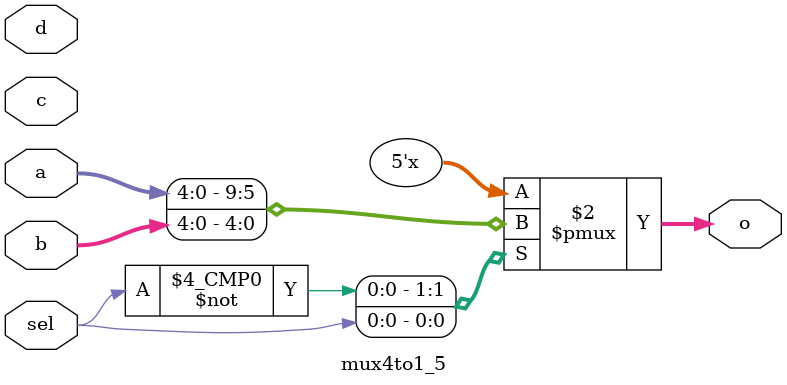
<source format=v>
`timescale 1ns / 1ps
module mux4to1_5(
	input wire sel,
	input wire [4:0] a,
	input wire [4:0] b,
	input wire [4:0] c,
	input wire [4:0] d,
	output reg [4:0] o
);


always @(*)
	case(sel)
		2'b00: o<=a;
		2'b01: o<=b;
		2'b10: o<=c;
		2'b11: o<=d;
	endcase
	
endmodule

</source>
